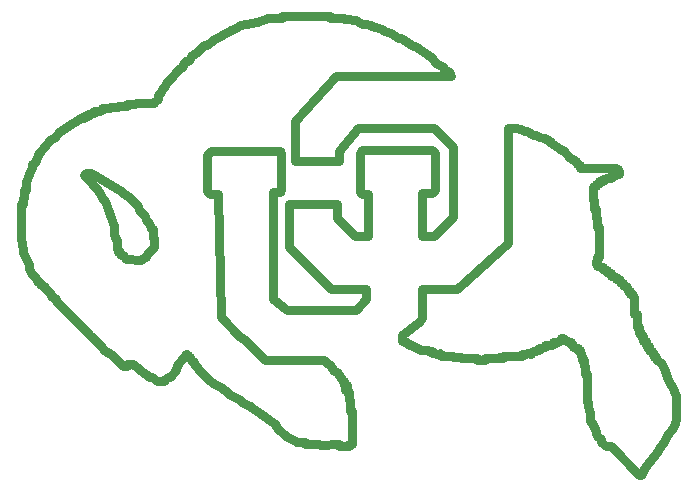
<source format=gbo>
G04*
G04 #@! TF.GenerationSoftware,Altium Limited,Altium Designer,19.1.6 (110)*
G04*
G04 Layer_Color=32896*
%FSLAX23Y23*%
%MOIN*%
G70*
G01*
G75*
%ADD24C,0.030*%
D24*
X2228Y4403D02*
G03*
X2221Y4395I8J-14D01*
G01*
X2228Y4403D02*
G03*
X2221Y4395I8J-14D01*
G01*
X3079Y3428D02*
G03*
X3078Y3430I-2J0D01*
G01*
X3079Y3428D02*
G03*
X3078Y3430I-2J0D01*
G01*
X2458Y3242D02*
G03*
X2446Y3253I-26J-16D01*
G01*
X2458Y3242D02*
G03*
X2446Y3253I-26J-16D01*
G01*
X1911Y3488D02*
G03*
X1887Y3516I-214J-163D01*
G01*
X1911Y3488D02*
G03*
X1887Y3516I-214J-163D01*
G01*
X3131Y3644D02*
X3301Y3797D01*
X3131Y3644D02*
X3301Y3797D01*
X2518Y3611D02*
X2565Y3575D01*
X2518Y3611D02*
X2565Y3575D01*
X2467Y3238D02*
X2525Y3194D01*
X2467Y3238D02*
X2525Y3194D01*
X1797Y3605D02*
X1887Y3516D01*
X1797Y3605D02*
X1887Y3516D01*
X2729Y4354D02*
X3113D01*
X2729D02*
X3113D01*
X2802Y4182D02*
X3054D01*
X2802D02*
X3054D01*
X2817Y4108D02*
X3049D01*
X2817D02*
X3049D01*
X2312Y4106D02*
X2541D01*
X2312D02*
X2541D01*
X2491Y3410D02*
X2687D01*
X2491D02*
X2687D01*
X2592Y4206D02*
X2729Y4354D01*
X2592Y4206D02*
X2729Y4354D01*
X3509Y4083D02*
X3528Y4073D01*
X3509Y4083D02*
X3528Y4073D01*
X3645Y3121D02*
X3739Y3026D01*
X3645Y3121D02*
X3739Y3026D01*
X2945Y4483D02*
X2987Y4454D01*
X2945Y4483D02*
X2987Y4454D01*
X2948Y3491D02*
X3004Y3535D01*
X2948Y3491D02*
X3004Y3535D01*
X2740Y4104D02*
X2802Y4182D01*
X2740Y4104D02*
X2802Y4182D01*
X2572Y3784D02*
X2711Y3644D01*
X2572Y3784D02*
X2711Y3644D01*
X2794Y3575D02*
X2830Y3611D01*
X2794Y3575D02*
X2830Y3611D01*
X2319Y4476D02*
X2378Y4510D01*
X2319Y4476D02*
X2378Y4510D01*
X2422Y3479D02*
X2491Y3410D01*
X2422Y3479D02*
X2491Y3410D01*
X2344Y3551D02*
X2408Y3486D01*
X2344Y3551D02*
X2408Y3486D01*
X2373Y3294D02*
X2408Y3276D01*
X2373Y3294D02*
X2408Y3276D01*
X1888Y4025D02*
X1933Y3980D01*
X1888Y4025D02*
X1933Y3980D01*
X1911Y4033D02*
X2013Y3972D01*
X1911Y4033D02*
X2013Y3972D01*
X3840Y3338D02*
X3843Y3328D01*
X3840Y3338D02*
X3843Y3328D01*
X3834Y3161D02*
X3849Y3179D01*
X3834Y3161D02*
X3849Y3179D01*
X3541Y4049D02*
X3662D01*
X3541D02*
X3662D01*
X3595Y3996D02*
X3601D01*
X3595D02*
X3601D01*
X3600Y3852D02*
X3604D01*
X3600D02*
Y3882D01*
X3595D02*
X3600D01*
Y3852D02*
X3604D01*
X3600D02*
Y3882D01*
X3595D02*
X3600D01*
X3598Y3722D02*
X3608D01*
X3598Y3752D02*
X3604D01*
X3598Y3722D02*
X3608D01*
X3598Y3752D02*
X3604D01*
X3675Y3670D02*
X3680D01*
X3675D02*
X3680D01*
X3752Y3473D02*
X3762D01*
X3752D02*
X3762D01*
X3517Y3457D02*
X3520D01*
Y3452D02*
Y3457D01*
Y3452D02*
X3525D01*
X3517Y3457D02*
X3520D01*
Y3452D02*
Y3457D01*
Y3452D02*
X3525D01*
X3595Y3164D02*
X3600Y3154D01*
X3612Y3144D01*
X3595Y3164D02*
X3600Y3154D01*
X3612Y3144D01*
X3757Y3046D02*
X3762Y3056D01*
X3757Y3046D02*
X3762Y3056D01*
X3358Y4171D02*
X3365D01*
X3358D02*
X3365D01*
X3422Y4148D02*
X3441Y4138D01*
X3422Y4148D02*
X3441Y4138D01*
X3426Y3459D02*
X3449D01*
X3426D02*
X3449D01*
X3349Y3428D02*
X3362D01*
X3349D02*
X3362D01*
X3271Y3417D02*
X3285Y3416D01*
X3271Y3417D02*
X3285Y3416D01*
X3199Y3410D02*
X3224D01*
X3199D02*
X3224D01*
X2849Y4521D02*
X2882Y4512D01*
X2849Y4521D02*
X2882Y4512D01*
X2993Y4454D02*
X3045Y4419D01*
X2993Y4454D02*
X3045Y4419D01*
X3016Y3965D02*
X3049D01*
X3016D02*
X3049D01*
X3016Y3822D02*
X3055D01*
X3016D02*
X3055D01*
X3016Y3644D02*
X3131D01*
X3016D02*
X3131D01*
X2958Y3467D02*
X2963D01*
X2958D02*
X2963D01*
X3039Y3438D02*
X3049D01*
X3039D02*
X3049D01*
X3119Y3419D02*
X3144D01*
X3119D02*
X3144D01*
X2794Y4542D02*
X2809Y4532D01*
X2794Y4542D02*
X2809Y4532D01*
X2709Y4548D02*
X2751D01*
X2709D02*
X2751D01*
X2550Y4555D02*
X2709D01*
X2550D02*
X2709D01*
X2592Y4073D02*
X2740D01*
X2592D02*
X2740D01*
X2572Y3930D02*
X2731D01*
X2572D02*
X2731D01*
X2791Y3822D02*
X2837D01*
X2791D02*
X2837D01*
X2711Y3644D02*
X2830D01*
X2711D02*
X2830D01*
X2565Y3575D02*
X2794D01*
X2565D02*
X2794D01*
X2708Y3391D02*
X2722Y3371D01*
X2708Y3391D02*
X2722Y3371D01*
X2677Y3124D02*
X2740Y3127D01*
X2677Y3124D02*
X2740Y3127D01*
X2536Y3179D02*
X2561Y3154D01*
X2536Y3179D02*
X2561Y3154D01*
X2624Y3129D02*
X2673D01*
X2624D02*
X2673D01*
X2395Y4515D02*
X2410Y4524D01*
X2395Y4515D02*
X2410Y4524D01*
X2464Y4535D02*
X2503Y4548D01*
X2464Y4535D02*
X2503Y4548D01*
X2239Y4409D02*
X2249Y4425D01*
X2239Y4409D02*
X2249Y4425D01*
X2310Y3962D02*
X2335D01*
X2310D02*
X2335D01*
X2237Y3422D02*
X2242Y3417D01*
X2237Y3422D02*
X2242Y3417D01*
X2302Y3346D02*
X2323Y3330D01*
X2302Y3346D02*
X2323Y3330D01*
X2158Y4323D02*
X2163Y4331D01*
X2158Y4323D02*
X2163Y4331D01*
X1974Y4251D02*
X2003D01*
X1974D02*
X2003D01*
X2062Y4266D02*
X2121D01*
X2062D02*
X2121D01*
X1911Y4233D02*
X1921D01*
X1911D02*
X1921D01*
X2073Y3909D02*
X2092Y3890D01*
X2073Y3909D02*
X2092Y3890D01*
X1999Y3779D02*
X2003D01*
X1999D02*
X2003D01*
X2078Y3746D02*
X2095Y3753D01*
X2078Y3746D02*
X2095Y3753D01*
X1911Y3488D02*
X1928Y3471D01*
X1911Y3488D02*
X1928Y3471D01*
X2051Y3395D02*
X2091Y3363D01*
X2051Y3395D02*
X2091Y3363D01*
X1979Y3430D02*
X2018Y3390D01*
X1979Y3430D02*
X2018Y3390D01*
X2158Y3345D02*
X2166Y3348D01*
X2158Y3345D02*
X2166Y3348D01*
X1804Y4169D02*
X1854Y4203D01*
X1804Y4169D02*
X1854Y4203D01*
X1740Y4100D02*
X1774Y4142D01*
X1740Y4100D02*
X1774Y4142D01*
X1679Y3930D02*
X1685D01*
X1679D02*
X1685D01*
X1679Y3809D02*
X1682Y3801D01*
X1679Y3809D02*
X1682Y3801D01*
X1759Y3648D02*
X1778Y3629D01*
X1759Y3648D02*
X1778Y3629D01*
X3301Y3797D02*
Y4182D01*
Y3797D02*
Y4182D01*
X3565Y3270D02*
Y3361D01*
Y3270D02*
Y3361D01*
X3119Y3886D02*
Y4117D01*
Y3886D02*
Y4117D01*
X3016Y3548D02*
Y3644D01*
Y3548D02*
Y3644D01*
Y3822D02*
Y3965D01*
Y3822D02*
Y3965D01*
X2837Y3822D02*
Y3962D01*
Y3822D02*
Y3962D01*
X2518Y3611D02*
Y3969D01*
Y3611D02*
Y3969D01*
X2335Y3962D02*
X2344Y3551D01*
X2335Y3962D02*
X2344Y3551D01*
X3861Y3213D02*
Y3289D01*
Y3213D02*
Y3289D01*
X3858Y3198D02*
X3861Y3213D01*
X3858Y3198D02*
X3861Y3213D01*
X3821Y3382D02*
X3834Y3343D01*
X3821Y3382D02*
X3834Y3343D01*
X3775Y3438D02*
Y3443D01*
Y3438D02*
Y3443D01*
X3808Y3117D02*
X3820Y3131D01*
X3808Y3117D02*
X3820Y3131D01*
X3731Y3519D02*
Y3563D01*
X3722D02*
Y3617D01*
X3731Y3519D02*
Y3563D01*
X3722D02*
Y3617D01*
X3752Y3039D02*
X3757Y3046D01*
X3752Y3039D02*
X3757Y3046D01*
X3601Y3996D02*
Y4000D01*
X3606D01*
Y4004D01*
X3601Y3996D02*
Y4000D01*
X3606D01*
Y4004D01*
X3661Y3679D02*
Y3684D01*
Y3679D02*
Y3684D01*
X3604Y3752D02*
Y3852D01*
Y3752D02*
Y3852D01*
X3590Y3911D02*
Y3942D01*
Y3911D02*
Y3942D01*
X3541Y3433D02*
Y3443D01*
Y3433D02*
Y3443D01*
X3576Y3204D02*
X3584Y3196D01*
X3576Y3204D02*
X3584Y3196D01*
X3391Y4160D02*
X3396Y4158D01*
X3391Y4160D02*
X3396Y4158D01*
Y3438D02*
Y3443D01*
Y3438D02*
Y3443D01*
X3063Y4400D02*
X3084Y4386D01*
X3063Y4400D02*
X3084Y4386D01*
X3045Y4419D02*
X3063Y4400D01*
X3045Y4419D02*
X3063Y4400D01*
X3060Y3976D02*
Y4097D01*
Y3976D02*
Y4097D01*
X3054Y4182D02*
X3119Y4117D01*
X3054Y4182D02*
X3119Y4117D01*
X3055Y3822D02*
X3119Y3886D01*
X3055Y3822D02*
X3119Y3886D01*
X3033Y3443D02*
X3039Y3438D01*
X3033Y3443D02*
X3039Y3438D01*
X2809Y3967D02*
Y4100D01*
Y3967D02*
Y4100D01*
X2740Y4073D02*
Y4104D01*
Y4073D02*
Y4104D01*
X2731Y3882D02*
Y3930D01*
Y3882D02*
Y3930D01*
Y3882D02*
X2791Y3822D01*
X2731Y3882D02*
X2791Y3822D01*
X2731Y3368D02*
X2751Y3338D01*
X2731Y3368D02*
X2751Y3338D01*
X2771Y3276D02*
Y3301D01*
Y3276D02*
Y3301D01*
X2782Y3129D02*
Y3240D01*
Y3129D02*
Y3240D01*
X2592Y4073D02*
Y4206D01*
Y4073D02*
Y4206D01*
X2572Y3784D02*
Y3930D01*
Y3784D02*
Y3930D01*
X2547Y3976D02*
Y4100D01*
Y3976D02*
Y4100D01*
X2299Y3972D02*
X2300Y4093D01*
X2299Y3972D02*
X2300Y4093D01*
X2270Y3378D02*
X2302Y3346D01*
X2270Y3378D02*
X2302Y3346D01*
X2177Y3353D02*
X2195Y3375D01*
X2177Y3353D02*
X2195Y3375D01*
X2151Y4315D02*
X2158Y4323D01*
X2151Y4315D02*
X2158Y4323D01*
X2118Y3816D02*
Y3845D01*
Y3816D02*
Y3845D01*
X2095Y3753D02*
X2100Y3763D01*
X2095Y3753D02*
X2100Y3763D01*
X2097Y3363D02*
X2100Y3359D01*
X2097Y3363D02*
X2100Y3359D01*
X2069Y3921D02*
X2073Y3909D01*
X2069Y3921D02*
X2073Y3909D01*
X2008Y3763D02*
X2013Y3758D01*
X2008Y3763D02*
X2013Y3758D01*
X1941Y4237D02*
Y4242D01*
Y4237D02*
Y4242D01*
X1988Y3836D02*
Y3856D01*
X1958Y3940D02*
X1988Y3856D01*
Y3836D02*
Y3856D01*
X1958Y3940D02*
X1988Y3856D01*
X1958Y3440D02*
X1979Y3430D01*
X1958Y3440D02*
X1979Y3430D01*
X1941Y3457D02*
X1958Y3440D01*
X1941Y3457D02*
X1958Y3440D01*
X1791Y4153D02*
X1804Y4169D01*
X1791Y4153D02*
X1804Y4169D01*
X1728Y4076D02*
X1731Y4086D01*
X1728Y4076D02*
X1731Y4086D01*
X1694Y3976D02*
Y4001D01*
Y3976D02*
Y4001D01*
X1726Y3686D02*
X1731Y3676D01*
X1726Y3686D02*
X1731Y3676D01*
X1685Y3770D02*
X1705Y3724D01*
X1685Y3770D02*
X1705Y3724D01*
X1679Y3809D02*
Y3930D01*
Y3809D02*
Y3930D01*
X3843Y3328D02*
X3849Y3323D01*
X3843Y3328D02*
X3849Y3323D01*
X3861Y3289D01*
X3849Y3323D02*
X3861Y3289D01*
X3849Y3179D02*
X3854Y3189D01*
X3858Y3198D01*
X3849Y3179D02*
X3854Y3189D01*
X3858Y3198D01*
X3772Y3443D02*
X3775D01*
X3772D02*
X3775D01*
X3767Y3452D02*
X3772Y3454D01*
X3767Y3452D02*
Y3457D01*
X3762D02*
X3767D01*
X3762D02*
Y3473D01*
X3767Y3452D02*
X3772Y3454D01*
X3767Y3452D02*
Y3457D01*
X3762D02*
X3767D01*
X3762D02*
Y3473D01*
X3772Y3443D02*
Y3454D01*
Y3443D02*
Y3454D01*
X3811Y3400D02*
X3821Y3382D01*
X3800Y3410D02*
X3811Y3400D01*
X3796Y3416D02*
X3800Y3410D01*
X3796Y3416D02*
Y3419D01*
X3811Y3400D02*
X3821Y3382D01*
X3800Y3410D02*
X3811Y3400D01*
X3796Y3416D02*
X3800Y3410D01*
X3796Y3416D02*
Y3419D01*
X3790D02*
Y3430D01*
X3784Y3433D02*
X3790Y3430D01*
X3781Y3433D02*
X3784D01*
X3781D02*
Y3438D01*
X3790Y3419D02*
Y3430D01*
X3784Y3433D02*
X3790Y3430D01*
X3781Y3433D02*
X3784D01*
X3781D02*
Y3438D01*
X3790Y3419D02*
X3796D01*
X3790D02*
X3796D01*
X3775Y3438D02*
X3781D01*
X3775D02*
X3781D01*
X3834Y3343D02*
X3840Y3338D01*
X3834Y3343D02*
X3840Y3338D01*
X3820Y3131D02*
X3834Y3161D01*
X3820Y3131D02*
X3834Y3161D01*
X3800Y3102D02*
X3808Y3117D01*
X3800Y3102D02*
X3808Y3117D01*
X3762Y3056D02*
X3800Y3102D01*
X3762Y3056D02*
X3800Y3102D01*
X3718Y3617D02*
X3722D01*
X3718D02*
Y3626D01*
Y3617D02*
X3722D01*
X3718D02*
Y3626D01*
X3714D02*
Y3630D01*
X3709D02*
X3714D01*
X3709D02*
Y3640D01*
X3703D02*
X3709D01*
X3703D02*
Y3646D01*
X3714Y3626D02*
Y3630D01*
X3709D02*
X3714D01*
X3709D02*
Y3640D01*
X3703D02*
X3709D01*
X3703D02*
Y3646D01*
X3714Y3626D02*
X3718D01*
X3714D02*
X3718D01*
X3694Y3651D02*
Y3655D01*
X3690D02*
X3694D01*
X3690D02*
Y3660D01*
X3685D02*
X3690D01*
X3685D02*
Y3665D01*
X3680D02*
X3685D01*
X3680D02*
Y3670D01*
X3694Y3651D02*
Y3655D01*
X3690D02*
X3694D01*
X3690D02*
Y3660D01*
X3685D02*
X3690D01*
X3685D02*
Y3665D01*
X3680D02*
X3685D01*
X3680D02*
Y3670D01*
X3700Y3646D02*
X3703D01*
X3700D02*
Y3651D01*
X3694D02*
X3700D01*
Y3646D02*
X3703D01*
X3700D02*
Y3651D01*
X3694D02*
X3700D01*
X3722Y3563D02*
X3731D01*
X3722D02*
X3731D01*
X3752Y3473D02*
Y3487D01*
X3747Y3488D02*
X3752Y3487D01*
X3747Y3488D02*
Y3497D01*
X3739D02*
X3747D01*
X3739D02*
Y3519D01*
X3731D02*
X3739D01*
X3752Y3473D02*
Y3487D01*
X3747Y3488D02*
X3752Y3487D01*
X3747Y3488D02*
Y3497D01*
X3739D02*
X3747D01*
X3739D02*
Y3519D01*
X3731D02*
X3739D01*
X3745Y3026D02*
X3752Y3039D01*
X3739Y3026D02*
X3745D01*
X3752Y3039D01*
X3739Y3026D02*
X3745D01*
X3645Y4015D02*
Y4022D01*
X3657D01*
Y4025D01*
X3666Y4028D01*
Y4030D01*
X3673D01*
X3671Y4034D02*
X3673Y4030D01*
X3671Y4034D02*
X3673D01*
Y4040D01*
X3669D02*
X3673D01*
X3669D02*
Y4044D01*
X3662D02*
X3669D01*
X3662D02*
Y4049D01*
X3645Y4015D02*
Y4022D01*
X3657D01*
Y4025D01*
X3666Y4028D01*
Y4030D01*
X3673D01*
X3671Y4034D02*
X3673Y4030D01*
X3671Y4034D02*
X3673D01*
Y4040D01*
X3669D02*
X3673D01*
X3669D02*
Y4044D01*
X3662D02*
X3669D01*
X3662D02*
Y4049D01*
X3629Y4011D02*
Y4015D01*
Y4011D02*
Y4015D01*
X3645D01*
X3629D02*
X3645D01*
X3606Y4004D02*
X3618D01*
X3606D02*
X3618D01*
Y4011D01*
Y4004D02*
Y4011D01*
X3629D01*
X3618D02*
X3629D01*
X3657Y3684D02*
X3661D01*
X3657D02*
Y3689D01*
X3647D02*
X3657D01*
Y3684D02*
X3661D01*
X3657D02*
Y3689D01*
X3647D02*
X3657D01*
X3637Y3699D02*
X3647D01*
X3637D02*
Y3703D01*
Y3699D02*
X3647D01*
X3637D02*
Y3703D01*
X3631Y3709D02*
X3633Y3703D01*
X3622Y3709D02*
X3631D01*
X3622D02*
X3623Y3713D01*
X3631Y3709D02*
X3633Y3703D01*
X3622Y3709D02*
X3631D01*
X3622D02*
X3623Y3713D01*
X3647Y3689D02*
Y3699D01*
Y3689D02*
Y3699D01*
X3633Y3703D02*
X3637D01*
X3633D02*
X3637D01*
X3618Y3713D02*
Y3717D01*
X3608D02*
X3618D01*
X3608D02*
Y3722D01*
X3618Y3713D02*
Y3717D01*
X3608D02*
X3618D01*
X3608D02*
Y3722D01*
X3618Y3713D02*
X3623D01*
X3618D02*
X3623D01*
X3675Y3670D02*
Y3674D01*
X3671D02*
X3675D01*
X3671D02*
X3671Y3679D01*
X3661D02*
X3671D01*
X3675Y3670D02*
Y3674D01*
X3671D02*
X3675D01*
X3671D02*
X3671Y3679D01*
X3661D02*
X3671D01*
X3629Y3121D02*
X3645D01*
X3629D02*
X3645D01*
X3612Y3144D02*
X3613Y3134D01*
X3612Y3144D02*
X3613Y3134D01*
X3629Y3121D01*
X3613Y3134D02*
X3629Y3121D01*
X3541Y4049D02*
Y4059D01*
Y4049D02*
Y4059D01*
X3528Y4073D02*
X3532Y4063D01*
X3528Y4073D02*
X3532Y4063D01*
X3541Y4059D01*
X3532Y4063D02*
X3541Y4059D01*
X3584Y3942D02*
X3590D01*
X3584D02*
Y3986D01*
X3588D01*
Y3990D01*
X3595D01*
Y3996D01*
X3584Y3942D02*
X3590D01*
X3584D02*
Y3986D01*
X3588D01*
Y3990D01*
X3595D01*
Y3996D01*
Y3882D02*
Y3911D01*
X3590D02*
X3595D01*
Y3882D02*
Y3911D01*
X3590D02*
X3595D01*
X3598Y3722D02*
Y3728D01*
X3594D02*
X3598D01*
X3594D02*
Y3737D01*
X3598D01*
Y3752D01*
Y3722D02*
Y3728D01*
X3594D02*
X3598D01*
X3594D02*
Y3737D01*
X3598D01*
Y3752D01*
X3525Y3448D02*
X3536D01*
Y3443D02*
Y3448D01*
X3525D02*
X3536D01*
Y3443D02*
Y3448D01*
X3525D02*
Y3452D01*
Y3448D02*
Y3452D01*
X3536Y3443D02*
X3541D01*
X3536D02*
X3541D01*
X3559Y3361D02*
X3565D01*
X3559D02*
X3565D01*
X3541Y3433D02*
X3545D01*
Y3423D02*
Y3433D01*
Y3423D02*
X3549D01*
Y3410D02*
Y3423D01*
Y3410D02*
X3554D01*
Y3390D02*
Y3410D01*
X3541Y3433D02*
X3545D01*
Y3423D02*
Y3433D01*
Y3423D02*
X3549D01*
Y3410D02*
Y3423D01*
Y3410D02*
X3554D01*
Y3390D02*
Y3410D01*
X3559Y3361D02*
Y3390D01*
Y3361D02*
Y3390D01*
X3554D02*
X3559D01*
X3554D02*
X3559D01*
X3565Y3270D02*
X3568D01*
Y3253D02*
Y3270D01*
Y3253D02*
X3571Y3245D01*
Y3242D02*
Y3245D01*
Y3242D02*
X3576Y3233D01*
X3565Y3270D02*
X3568D01*
Y3253D02*
Y3270D01*
Y3253D02*
X3571Y3245D01*
Y3242D02*
Y3245D01*
Y3242D02*
X3576Y3233D01*
Y3204D02*
Y3233D01*
Y3204D02*
Y3233D01*
X3584Y3189D02*
Y3196D01*
Y3189D02*
X3588Y3185D01*
X3595Y3171D01*
Y3164D02*
Y3171D01*
X3584Y3189D02*
Y3196D01*
Y3189D02*
X3588Y3185D01*
X3595Y3171D01*
Y3164D02*
Y3171D01*
X3478Y4107D02*
X3485D01*
X3478D02*
X3485D01*
X3466Y4117D02*
X3471Y4114D01*
X3466Y4117D02*
X3471Y4114D01*
X3485Y4107D02*
X3509Y4083D01*
X3485Y4107D02*
X3509Y4083D01*
X3471Y4114D02*
X3478Y4107D01*
X3471Y4114D02*
X3478Y4107D01*
X3446Y4133D02*
X3453Y4130D01*
X3441Y4138D02*
X3446Y4133D01*
X3453Y4130D01*
X3441Y4138D02*
X3446Y4133D01*
X3453Y4130D02*
X3466Y4117D01*
X3453Y4130D02*
X3466Y4117D01*
X3478Y3476D02*
Y3481D01*
X3487D01*
Y3476D02*
Y3481D01*
Y3476D02*
X3497D01*
Y3471D02*
Y3476D01*
Y3471D02*
X3501D01*
Y3467D02*
Y3471D01*
Y3467D02*
X3511D01*
Y3461D02*
Y3467D01*
Y3461D02*
X3517D01*
Y3457D02*
Y3461D01*
X3478Y3476D02*
Y3481D01*
X3487D01*
Y3476D02*
Y3481D01*
Y3476D02*
X3497D01*
Y3471D02*
Y3476D01*
Y3471D02*
X3501D01*
Y3467D02*
Y3471D01*
Y3467D02*
X3511D01*
Y3461D02*
Y3467D01*
Y3461D02*
X3517D01*
Y3457D02*
Y3461D01*
X3463Y3464D02*
Y3469D01*
X3468D01*
Y3471D01*
X3474D01*
Y3476D01*
X3463Y3464D02*
Y3469D01*
X3468D01*
Y3471D01*
X3474D01*
Y3476D01*
X3478D01*
X3474D02*
X3478D01*
X3449Y3459D02*
Y3461D01*
X3453D01*
Y3467D01*
X3449Y3459D02*
Y3461D01*
X3453D01*
Y3467D01*
X3463Y3464D01*
X3453Y3467D02*
X3463Y3464D01*
X3387Y4160D02*
X3391D01*
X3387D02*
X3391D01*
X3365Y4171D02*
X3387Y4160D01*
X3365Y4171D02*
X3387Y4160D01*
X3406Y4153D02*
X3422Y4148D01*
X3396Y4158D02*
X3406Y4153D01*
X3422Y4148D01*
X3396Y4158D02*
X3406Y4153D01*
X3396Y3443D02*
X3407D01*
Y3448D01*
X3417D01*
X3396Y3443D02*
X3407D01*
Y3448D01*
X3417D01*
X3418Y3452D02*
X3426D01*
Y3459D01*
X3418Y3452D02*
X3426D01*
Y3459D01*
X3417Y3448D02*
X3418Y3452D01*
X3417Y3448D02*
X3418Y3452D01*
X3387Y3435D02*
X3387Y3438D01*
X3387Y3435D02*
X3387Y3438D01*
X3396D01*
X3387D02*
X3396D01*
X3362Y3428D02*
X3365Y3431D01*
X3378Y3428D01*
Y3435D01*
X3362Y3428D02*
X3365Y3431D01*
X3378Y3428D01*
Y3435D01*
X3387D01*
X3378D02*
X3387D01*
X3341Y4177D02*
X3358Y4171D01*
X3330Y4182D02*
X3341Y4177D01*
X3358Y4171D01*
X3330Y4182D02*
X3341Y4177D01*
X3301Y4182D02*
X3330D01*
X3301D02*
X3330D01*
X3349Y3422D02*
Y3428D01*
Y3422D02*
Y3428D01*
X3285Y3416D02*
X3287Y3422D01*
X3285Y3416D02*
X3287Y3422D01*
X3349D01*
X3287D02*
X3349D01*
X3271Y3414D02*
Y3417D01*
Y3414D02*
Y3417D01*
X3224Y3410D02*
Y3414D01*
Y3410D02*
Y3414D01*
X3271D01*
X3224D02*
X3271D01*
X3199Y3410D02*
Y3414D01*
Y3410D02*
Y3414D01*
X3144D02*
Y3419D01*
Y3414D02*
Y3419D01*
Y3414D02*
X3199D01*
X3144D02*
X3199D01*
X3105Y4368D02*
X3113Y4354D01*
X3088Y4379D02*
X3105Y4368D01*
X3084Y4386D02*
X3088Y4379D01*
X3105Y4368D02*
X3113Y4354D01*
X3088Y4379D02*
X3105Y4368D01*
X3084Y4386D02*
X3088Y4379D01*
X3049Y4108D02*
X3060Y4097D01*
X3049Y4108D02*
X3060Y4097D01*
X3049Y3965D02*
X3060Y3976D01*
X3049Y3965D02*
X3060Y3976D01*
X3079Y3423D02*
Y3428D01*
Y3423D02*
X3119D01*
Y3419D02*
Y3423D01*
X3079D02*
Y3428D01*
Y3423D02*
X3119D01*
Y3419D02*
Y3423D01*
X3063Y3430D02*
X3078D01*
X3063D02*
X3078D01*
X3049Y3433D02*
Y3438D01*
Y3433D02*
Y3438D01*
Y3433D02*
X3060D01*
X3063Y3430D01*
X3049Y3433D02*
X3060D01*
X3063Y3430D01*
X2987Y4454D02*
X2993D01*
X2987D02*
X2993D01*
X3004Y3535D02*
X3016Y3548D01*
X3004Y3535D02*
X3016Y3548D01*
X3013Y3442D02*
X3022Y3441D01*
X3033Y3443D01*
X3013Y3442D02*
X3022Y3441D01*
X3033Y3443D01*
X2963Y3467D02*
X2968Y3464D01*
X2973Y3459D01*
X2979D01*
X2963Y3467D02*
X2968Y3464D01*
X2973Y3459D01*
X2979D01*
X3013Y3442D01*
X2979Y3459D02*
X3013Y3442D01*
X2936Y4483D02*
X2945D01*
X2936D02*
X2945D01*
X2911Y4500D02*
X2936Y4483D01*
X2911Y4500D02*
X2936Y4483D01*
X2882Y4512D02*
X2889Y4506D01*
X2882Y4512D02*
X2889Y4506D01*
X2911Y4500D01*
X2889Y4506D02*
X2911Y4500D01*
X2948Y3471D02*
Y3491D01*
Y3471D02*
X2951D01*
X2956Y3469D01*
X2958Y3467D01*
X2948Y3471D02*
Y3491D01*
Y3471D02*
X2951D01*
X2956Y3469D01*
X2958Y3467D01*
X2842Y4526D02*
X2849Y4521D01*
X2842Y4526D02*
X2849Y4521D01*
X2830Y4529D02*
X2842Y4526D01*
X2830Y4529D02*
X2842Y4526D01*
X2809Y4532D02*
X2819Y4529D01*
X2809Y4532D02*
X2819Y4529D01*
X2830D01*
X2819D02*
X2830D01*
X2809Y4100D02*
X2817Y4108D01*
X2809Y4100D02*
X2817Y4108D01*
X2809Y3967D02*
X2814Y3962D01*
X2809Y3967D02*
X2814Y3962D01*
X2837D01*
X2814D02*
X2837D01*
X2830Y3611D02*
Y3644D01*
Y3611D02*
Y3644D01*
X2785Y4542D02*
X2794D01*
X2771Y4546D02*
X2785Y4542D01*
X2759Y4546D02*
X2771D01*
X2785Y4542D02*
X2794D01*
X2771Y4546D02*
X2785Y4542D01*
X2759Y4546D02*
X2771D01*
X2751Y4548D02*
X2759Y4546D01*
X2751Y4548D02*
X2759Y4546D01*
X2722Y3371D02*
X2731Y3368D01*
X2722Y3371D02*
X2731Y3368D01*
X2767Y3301D02*
X2771D01*
X2767D02*
X2769Y3307D01*
X2759D02*
X2769D01*
X2759D02*
X2764Y3324D01*
X2755Y3326D02*
X2764Y3324D01*
X2755Y3326D02*
Y3338D01*
X2767Y3301D02*
X2771D01*
X2767D02*
X2769Y3307D01*
X2759D02*
X2769D01*
X2759D02*
X2764Y3324D01*
X2755Y3326D02*
X2764Y3324D01*
X2755Y3326D02*
Y3338D01*
X2751D02*
X2755D01*
X2751D02*
X2755D01*
X2777Y3240D02*
X2782D01*
X2777D02*
Y3276D01*
X2771D02*
X2777D01*
Y3240D02*
X2782D01*
X2777D02*
Y3276D01*
X2771D02*
X2777D01*
X2771Y3121D02*
Y3129D01*
X2782D01*
X2771Y3121D02*
Y3129D01*
X2782D01*
X2740Y3121D02*
Y3127D01*
Y3121D02*
Y3127D01*
Y3121D02*
X2771D01*
X2740D02*
X2771D01*
X2709Y4548D02*
Y4555D01*
Y4548D02*
Y4555D01*
X2698Y3397D02*
X2708Y3391D01*
X2690Y3408D02*
X2698Y3397D01*
X2687Y3410D02*
X2690Y3408D01*
X2698Y3397D02*
X2708Y3391D01*
X2690Y3408D02*
X2698Y3397D01*
X2687Y3410D02*
X2690Y3408D01*
X2673Y3129D02*
X2677Y3124D01*
X2673Y3129D02*
X2677Y3124D01*
X2599Y3135D02*
X2624D01*
X2599D02*
X2624D01*
Y3129D02*
Y3135D01*
Y3129D02*
Y3135D01*
X2561Y3154D02*
X2599Y3135D01*
X2561Y3154D02*
X2599Y3135D01*
X2550Y4548D02*
Y4555D01*
Y4548D02*
Y4555D01*
X2503Y4548D02*
X2550D01*
X2503D02*
X2550D01*
X2541Y4106D02*
X2547Y4100D01*
X2541Y4106D02*
X2547Y4100D01*
X2541Y3969D02*
X2547Y3976D01*
X2518Y3969D02*
X2541D01*
X2547Y3976D01*
X2518Y3969D02*
X2541D01*
X2525Y3194D02*
X2530Y3189D01*
X2536Y3179D01*
X2525Y3194D02*
X2530Y3189D01*
X2536Y3179D01*
X2429Y4530D02*
X2464Y4535D01*
X2429Y4530D02*
X2464Y4535D01*
X2410Y4524D02*
X2429Y4530D01*
X2410Y4524D02*
X2429Y4530D01*
X2408Y3486D02*
X2422Y3479D01*
X2408Y3486D02*
X2422Y3479D01*
X2458Y3242D02*
X2467Y3238D01*
X2458Y3242D02*
X2467Y3238D01*
X2408Y3276D02*
X2417Y3268D01*
X2408Y3276D02*
X2417Y3268D01*
X2446Y3253D01*
X2417Y3268D02*
X2446Y3253D01*
X2378Y4510D02*
X2395Y4515D01*
X2378Y4510D02*
X2395Y4515D01*
X2356Y3307D02*
X2360D01*
X2373Y3294D01*
X2356Y3307D02*
X2360D01*
X2373Y3294D01*
X2344Y3320D02*
X2356Y3307D01*
X2344Y3320D02*
X2356Y3307D01*
X2323Y3330D02*
X2344Y3320D01*
X2323Y3330D02*
X2344Y3320D01*
X2299Y4458D02*
X2319Y4476D01*
X2290Y4458D02*
X2299D01*
X2319Y4476D01*
X2290Y4458D02*
X2299D01*
X2263Y4433D02*
X2290Y4458D01*
X2263Y4433D02*
X2290Y4458D01*
X2249Y4425D02*
X2263Y4433D01*
X2249Y4425D02*
X2263Y4433D01*
X2300Y4093D02*
X2312Y4106D01*
X2300Y4093D02*
X2312Y4106D01*
X2299Y3972D02*
X2310Y3962D01*
X2299Y3972D02*
X2310Y3962D01*
X2270Y3378D02*
Y3382D01*
Y3378D02*
Y3382D01*
X2242Y3417D02*
X2246Y3408D01*
X2255Y3401D01*
X2257Y3395D01*
X2242Y3417D02*
X2246Y3408D01*
X2255Y3401D01*
X2257Y3395D01*
X2270Y3382D01*
X2257Y3395D02*
X2270Y3382D01*
X2228Y4403D02*
X2239Y4409D01*
X2228Y4403D02*
X2239Y4409D01*
X2215Y4385D02*
X2221Y4395D01*
X2204Y4379D02*
X2215Y4385D01*
X2203Y4375D02*
X2204Y4379D01*
X2215Y4385D02*
X2221Y4395D01*
X2204Y4379D02*
X2215Y4385D01*
X2203Y4375D02*
X2204Y4379D01*
X2163Y4331D02*
X2177Y4346D01*
X2163Y4331D02*
X2177Y4346D01*
X2203Y4375D01*
X2177Y4346D02*
X2203Y4375D01*
X2201Y3395D02*
X2228Y3429D01*
X2235Y3426D01*
X2237Y3422D01*
X2201Y3395D02*
X2228Y3429D01*
X2235Y3426D01*
X2237Y3422D01*
X2195Y3375D02*
Y3382D01*
Y3375D02*
Y3382D01*
X2201Y3395D01*
X2195Y3382D02*
X2201Y3395D01*
X2166Y3348D02*
X2170Y3353D01*
X2177D01*
X2166Y3348D02*
X2170Y3353D01*
X2177D01*
X2143Y4299D02*
X2151Y4315D01*
X2137Y4292D02*
X2143Y4299D01*
X2134Y4287D02*
X2137Y4292D01*
X2134Y4280D02*
Y4287D01*
X2123Y4269D02*
X2134Y4280D01*
X2121Y4266D02*
X2123Y4269D01*
X2143Y4299D02*
X2151Y4315D01*
X2137Y4292D02*
X2143Y4299D01*
X2134Y4287D02*
X2137Y4292D01*
X2134Y4280D02*
Y4287D01*
X2123Y4269D02*
X2134Y4280D01*
X2121Y4266D02*
X2123Y4269D01*
X2107Y3866D02*
X2113Y3850D01*
X2107Y3866D02*
X2113Y3850D01*
X2118Y3845D01*
X2113Y3850D02*
X2118Y3845D01*
X2092Y3890D02*
X2097Y3876D01*
X2092Y3890D02*
X2097Y3876D01*
X2107Y3866D01*
X2097Y3876D02*
X2107Y3866D01*
X2118Y3816D02*
X2121D01*
Y3784D02*
Y3816D01*
X2118D02*
X2121D01*
Y3784D02*
Y3816D01*
X2100Y3763D02*
X2121Y3784D01*
X2100Y3763D02*
X2121Y3784D01*
X2091Y3363D02*
X2097D01*
X2091D02*
X2097D01*
X2116Y3353D02*
X2132Y3340D01*
X2155D01*
X2158Y3345D01*
X2116Y3353D02*
X2132Y3340D01*
X2155D01*
X2158Y3345D01*
X2107Y3353D02*
X2116D01*
X2107D02*
X2116D01*
X2100Y3359D02*
X2107Y3353D01*
X2100Y3359D02*
X2107Y3353D01*
X2059Y4262D02*
X2062Y4266D01*
X2059Y4262D02*
X2062Y4266D01*
X2032Y4256D02*
Y4262D01*
Y4256D02*
Y4262D01*
X2059D01*
X2032D02*
X2059D01*
X2003Y4251D02*
Y4256D01*
Y4251D02*
Y4256D01*
X2032D01*
X2003D02*
X2032D01*
X2036Y3954D02*
X2069Y3921D01*
X2036Y3954D02*
X2069Y3921D01*
X2023Y3962D02*
X2036Y3954D01*
X2023Y3962D02*
X2036Y3954D01*
X2013Y3972D02*
X2023Y3962D01*
X2013Y3972D02*
X2023Y3962D01*
X2001Y3770D02*
X2008D01*
X2001D02*
X2003Y3779D01*
X2001Y3770D02*
X2008D01*
X2001D02*
X2003Y3779D01*
X2008Y3763D02*
Y3770D01*
Y3763D02*
Y3770D01*
X2078Y3743D02*
Y3746D01*
Y3743D02*
Y3746D01*
X2030D02*
X2078Y3743D01*
X2030Y3746D02*
X2078Y3743D01*
X2013Y3758D02*
X2018D01*
X2013D02*
X2018D01*
X2030Y3746D01*
X2018Y3758D02*
X2030Y3746D01*
X2032Y3390D02*
Y3395D01*
Y3390D02*
Y3395D01*
X2051D01*
X2032D02*
X2051D01*
X2018Y3390D02*
X2032D01*
X2018D02*
X2032D01*
X1950Y4242D02*
Y4247D01*
X1941Y4242D02*
X1950D01*
Y4247D01*
X1941Y4242D02*
X1950D01*
X1974Y4247D02*
Y4251D01*
Y4247D02*
Y4251D01*
X1950Y4247D02*
X1974D01*
X1950D02*
X1974D01*
X1921Y4233D02*
Y4237D01*
Y4233D02*
Y4237D01*
X1941D01*
X1921D02*
X1941D01*
X1945Y3959D02*
X1949Y3948D01*
X1945Y3959D02*
X1949Y3948D01*
X1958Y3940D01*
X1949Y3948D02*
X1958Y3940D01*
X1933Y3980D02*
X1938Y3967D01*
X1933Y3980D02*
X1938Y3967D01*
X1945Y3959D01*
X1938Y3967D02*
X1945Y3959D01*
X1999Y3779D02*
Y3809D01*
X1994D02*
X1999D01*
X1990Y3830D02*
X1994Y3809D01*
X1988Y3836D02*
X1990Y3830D01*
X1999Y3779D02*
Y3809D01*
X1994D02*
X1999D01*
X1990Y3830D02*
X1994Y3809D01*
X1988Y3836D02*
X1990Y3830D01*
X1928Y3471D02*
X1941Y3457D01*
X1928Y3471D02*
X1941Y3457D01*
X1911Y4228D02*
Y4233D01*
X1901Y4228D02*
X1911D01*
X1901Y4222D02*
Y4228D01*
X1888Y4222D02*
X1901D01*
X1888Y4216D02*
Y4222D01*
X1875Y4216D02*
X1888D01*
X1911Y4228D02*
Y4233D01*
X1901Y4228D02*
X1911D01*
X1901Y4222D02*
Y4228D01*
X1888Y4222D02*
X1901D01*
X1888Y4216D02*
Y4222D01*
X1875Y4216D02*
X1888D01*
X1868Y4209D02*
X1875Y4216D01*
X1868Y4209D02*
X1875Y4216D01*
X1854Y4203D02*
X1868Y4209D01*
X1854Y4203D02*
X1868Y4209D01*
X1888Y4025D02*
X1897Y4033D01*
X1911D01*
X1888Y4025D02*
X1897Y4033D01*
X1911D01*
X1774Y4142D02*
X1791Y4153D01*
X1774Y4142D02*
X1791Y4153D01*
X1782Y3619D02*
X1791Y3615D01*
X1782Y3619D02*
X1791Y3615D01*
X1795Y3611D01*
X1791Y3615D02*
X1795Y3611D01*
X1797Y3605D01*
X1795Y3611D02*
X1797Y3605D01*
X1778Y3623D02*
Y3629D01*
Y3623D02*
Y3629D01*
Y3623D02*
X1782Y3619D01*
X1778Y3623D02*
X1782Y3619D01*
X1737Y4093D02*
X1740Y4100D01*
X1737Y4093D02*
X1740Y4100D01*
X1731Y4086D02*
X1737Y4093D01*
X1731Y4086D02*
X1737Y4093D01*
X1728Y4073D02*
Y4076D01*
X1720Y4063D02*
X1728Y4073D01*
X1716Y4063D02*
X1720D01*
X1716Y4049D02*
Y4063D01*
X1728Y4073D02*
Y4076D01*
X1720Y4063D02*
X1728Y4073D01*
X1716Y4063D02*
X1720D01*
X1716Y4049D02*
Y4063D01*
X1705Y4028D02*
X1708Y4039D01*
X1701Y4020D02*
X1705Y4028D01*
X1708Y4039D01*
X1701Y4020D02*
X1705Y4028D01*
X1708Y4039D02*
X1716Y4049D01*
X1708Y4039D02*
X1716Y4049D01*
X1694Y4001D02*
X1699Y4011D01*
X1694Y4001D02*
X1699Y4011D01*
X1701Y4020D01*
X1699Y4011D02*
X1701Y4020D01*
X1690Y3976D02*
X1694D01*
X1690Y3949D02*
Y3976D01*
X1685Y3949D02*
X1690D01*
Y3976D02*
X1694D01*
X1690Y3949D02*
Y3976D01*
X1685Y3949D02*
X1690D01*
X1685Y3930D02*
Y3949D01*
Y3930D02*
Y3949D01*
X1682Y3801D02*
X1685Y3770D01*
X1682Y3801D02*
X1685Y3770D01*
X1705Y3713D02*
Y3724D01*
Y3713D02*
Y3724D01*
X1716Y3696D02*
X1726Y3686D01*
X1716Y3696D02*
X1726Y3686D01*
X1705Y3713D02*
X1716Y3696D01*
X1705Y3713D02*
X1716Y3696D01*
X1731Y3676D02*
X1737Y3669D01*
X1740D01*
X1742Y3665D01*
X1744Y3660D01*
X1756Y3654D01*
X1759Y3648D01*
X1731Y3676D02*
X1737Y3669D01*
X1740D01*
X1742Y3665D01*
X1744Y3660D01*
X1756Y3654D01*
X1759Y3648D01*
M02*

</source>
